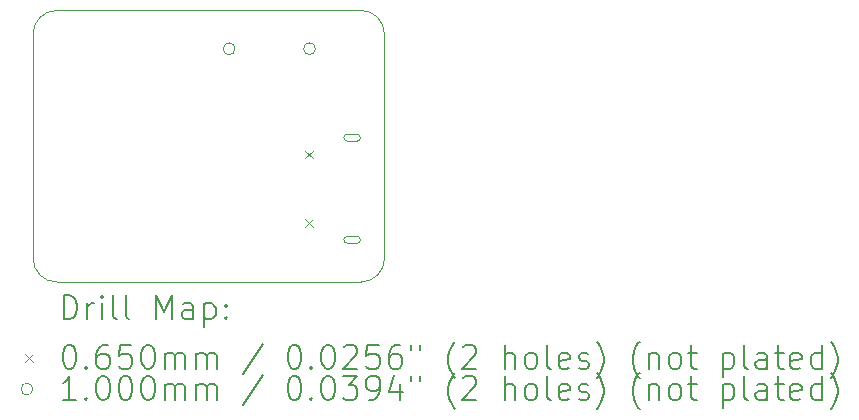
<source format=gbr>
%TF.GenerationSoftware,KiCad,Pcbnew,9.0.1*%
%TF.CreationDate,2025-04-15T14:17:50+12:00*%
%TF.ProjectId,ESPFlash,45535046-6c61-4736-982e-6b696361645f,rev?*%
%TF.SameCoordinates,Original*%
%TF.FileFunction,Drillmap*%
%TF.FilePolarity,Positive*%
%FSLAX45Y45*%
G04 Gerber Fmt 4.5, Leading zero omitted, Abs format (unit mm)*
G04 Created by KiCad (PCBNEW 9.0.1) date 2025-04-15 14:17:50*
%MOMM*%
%LPD*%
G01*
G04 APERTURE LIST*
%ADD10C,0.038100*%
%ADD11C,0.010000*%
%ADD12C,0.200000*%
%ADD13C,0.100000*%
G04 APERTURE END LIST*
D10*
X6675000Y-4225000D02*
G75*
G02*
X6475000Y-4425000I-200000J0D01*
G01*
X6475000Y-4425000D02*
X3900000Y-4425000D01*
X6675000Y-2325000D02*
X6675000Y-4225000D01*
X3700000Y-4225000D02*
X3700000Y-2325000D01*
X3900000Y-2125000D02*
X6475000Y-2125000D01*
X3700000Y-2325000D02*
G75*
G02*
X3900000Y-2125000I200000J0D01*
G01*
X3900000Y-4425000D02*
G75*
G02*
X3700000Y-4225000I0J200000D01*
G01*
X6475000Y-2125000D02*
G75*
G02*
X6675000Y-2325000I0J-200000D01*
G01*
D11*
X6361250Y-3173250D02*
X6441250Y-3173250D01*
X6361250Y-4037250D02*
X6441250Y-4037250D01*
X6441250Y-3233250D02*
X6361250Y-3233250D01*
X6441250Y-4097250D02*
X6361250Y-4097250D01*
X6331250Y-3203250D02*
G75*
G02*
X6361250Y-3173250I30000J0D01*
G01*
X6331250Y-4067250D02*
G75*
G02*
X6361250Y-4037250I30000J0D01*
G01*
X6361250Y-3233250D02*
G75*
G02*
X6331250Y-3203250I0J30000D01*
G01*
X6361250Y-4097250D02*
G75*
G02*
X6331250Y-4067250I0J30000D01*
G01*
X6441250Y-3173250D02*
G75*
G02*
X6471250Y-3203250I0J-30000D01*
G01*
X6441250Y-4037250D02*
G75*
G02*
X6471250Y-4067250I0J-30000D01*
G01*
X6471250Y-3203250D02*
G75*
G02*
X6441250Y-3233250I-30000J0D01*
G01*
X6471250Y-4067250D02*
G75*
G02*
X6441250Y-4097250I-30000J0D01*
G01*
D12*
D13*
X6000750Y-3313750D02*
X6065750Y-3378750D01*
X6065750Y-3313750D02*
X6000750Y-3378750D01*
X6000750Y-3891750D02*
X6065750Y-3956750D01*
X6065750Y-3891750D02*
X6000750Y-3956750D01*
X5410000Y-2450000D02*
G75*
G02*
X5310000Y-2450000I-50000J0D01*
G01*
X5310000Y-2450000D02*
G75*
G02*
X5410000Y-2450000I50000J0D01*
G01*
X6090000Y-2450000D02*
G75*
G02*
X5990000Y-2450000I-50000J0D01*
G01*
X5990000Y-2450000D02*
G75*
G02*
X6090000Y-2450000I50000J0D01*
G01*
D12*
X3958872Y-4738389D02*
X3958872Y-4538389D01*
X3958872Y-4538389D02*
X4006491Y-4538389D01*
X4006491Y-4538389D02*
X4035062Y-4547913D01*
X4035062Y-4547913D02*
X4054110Y-4566960D01*
X4054110Y-4566960D02*
X4063634Y-4586008D01*
X4063634Y-4586008D02*
X4073157Y-4624103D01*
X4073157Y-4624103D02*
X4073157Y-4652675D01*
X4073157Y-4652675D02*
X4063634Y-4690770D01*
X4063634Y-4690770D02*
X4054110Y-4709817D01*
X4054110Y-4709817D02*
X4035062Y-4728865D01*
X4035062Y-4728865D02*
X4006491Y-4738389D01*
X4006491Y-4738389D02*
X3958872Y-4738389D01*
X4158872Y-4738389D02*
X4158872Y-4605055D01*
X4158872Y-4643151D02*
X4168396Y-4624103D01*
X4168396Y-4624103D02*
X4177919Y-4614579D01*
X4177919Y-4614579D02*
X4196967Y-4605055D01*
X4196967Y-4605055D02*
X4216015Y-4605055D01*
X4282681Y-4738389D02*
X4282681Y-4605055D01*
X4282681Y-4538389D02*
X4273158Y-4547913D01*
X4273158Y-4547913D02*
X4282681Y-4557436D01*
X4282681Y-4557436D02*
X4292205Y-4547913D01*
X4292205Y-4547913D02*
X4282681Y-4538389D01*
X4282681Y-4538389D02*
X4282681Y-4557436D01*
X4406491Y-4738389D02*
X4387443Y-4728865D01*
X4387443Y-4728865D02*
X4377919Y-4709817D01*
X4377919Y-4709817D02*
X4377919Y-4538389D01*
X4511253Y-4738389D02*
X4492205Y-4728865D01*
X4492205Y-4728865D02*
X4482681Y-4709817D01*
X4482681Y-4709817D02*
X4482681Y-4538389D01*
X4739824Y-4738389D02*
X4739824Y-4538389D01*
X4739824Y-4538389D02*
X4806491Y-4681246D01*
X4806491Y-4681246D02*
X4873158Y-4538389D01*
X4873158Y-4538389D02*
X4873158Y-4738389D01*
X5054110Y-4738389D02*
X5054110Y-4633627D01*
X5054110Y-4633627D02*
X5044586Y-4614579D01*
X5044586Y-4614579D02*
X5025539Y-4605055D01*
X5025539Y-4605055D02*
X4987443Y-4605055D01*
X4987443Y-4605055D02*
X4968396Y-4614579D01*
X5054110Y-4728865D02*
X5035062Y-4738389D01*
X5035062Y-4738389D02*
X4987443Y-4738389D01*
X4987443Y-4738389D02*
X4968396Y-4728865D01*
X4968396Y-4728865D02*
X4958872Y-4709817D01*
X4958872Y-4709817D02*
X4958872Y-4690770D01*
X4958872Y-4690770D02*
X4968396Y-4671722D01*
X4968396Y-4671722D02*
X4987443Y-4662198D01*
X4987443Y-4662198D02*
X5035062Y-4662198D01*
X5035062Y-4662198D02*
X5054110Y-4652675D01*
X5149348Y-4605055D02*
X5149348Y-4805055D01*
X5149348Y-4614579D02*
X5168396Y-4605055D01*
X5168396Y-4605055D02*
X5206491Y-4605055D01*
X5206491Y-4605055D02*
X5225539Y-4614579D01*
X5225539Y-4614579D02*
X5235062Y-4624103D01*
X5235062Y-4624103D02*
X5244586Y-4643151D01*
X5244586Y-4643151D02*
X5244586Y-4700294D01*
X5244586Y-4700294D02*
X5235062Y-4719341D01*
X5235062Y-4719341D02*
X5225539Y-4728865D01*
X5225539Y-4728865D02*
X5206491Y-4738389D01*
X5206491Y-4738389D02*
X5168396Y-4738389D01*
X5168396Y-4738389D02*
X5149348Y-4728865D01*
X5330300Y-4719341D02*
X5339824Y-4728865D01*
X5339824Y-4728865D02*
X5330300Y-4738389D01*
X5330300Y-4738389D02*
X5320777Y-4728865D01*
X5320777Y-4728865D02*
X5330300Y-4719341D01*
X5330300Y-4719341D02*
X5330300Y-4738389D01*
X5330300Y-4614579D02*
X5339824Y-4624103D01*
X5339824Y-4624103D02*
X5330300Y-4633627D01*
X5330300Y-4633627D02*
X5320777Y-4624103D01*
X5320777Y-4624103D02*
X5330300Y-4614579D01*
X5330300Y-4614579D02*
X5330300Y-4633627D01*
D13*
X3633095Y-5034405D02*
X3698095Y-5099405D01*
X3698095Y-5034405D02*
X3633095Y-5099405D01*
D12*
X3996967Y-4958389D02*
X4016015Y-4958389D01*
X4016015Y-4958389D02*
X4035062Y-4967913D01*
X4035062Y-4967913D02*
X4044586Y-4977436D01*
X4044586Y-4977436D02*
X4054110Y-4996484D01*
X4054110Y-4996484D02*
X4063634Y-5034579D01*
X4063634Y-5034579D02*
X4063634Y-5082198D01*
X4063634Y-5082198D02*
X4054110Y-5120294D01*
X4054110Y-5120294D02*
X4044586Y-5139341D01*
X4044586Y-5139341D02*
X4035062Y-5148865D01*
X4035062Y-5148865D02*
X4016015Y-5158389D01*
X4016015Y-5158389D02*
X3996967Y-5158389D01*
X3996967Y-5158389D02*
X3977919Y-5148865D01*
X3977919Y-5148865D02*
X3968396Y-5139341D01*
X3968396Y-5139341D02*
X3958872Y-5120294D01*
X3958872Y-5120294D02*
X3949348Y-5082198D01*
X3949348Y-5082198D02*
X3949348Y-5034579D01*
X3949348Y-5034579D02*
X3958872Y-4996484D01*
X3958872Y-4996484D02*
X3968396Y-4977436D01*
X3968396Y-4977436D02*
X3977919Y-4967913D01*
X3977919Y-4967913D02*
X3996967Y-4958389D01*
X4149348Y-5139341D02*
X4158872Y-5148865D01*
X4158872Y-5148865D02*
X4149348Y-5158389D01*
X4149348Y-5158389D02*
X4139824Y-5148865D01*
X4139824Y-5148865D02*
X4149348Y-5139341D01*
X4149348Y-5139341D02*
X4149348Y-5158389D01*
X4330300Y-4958389D02*
X4292205Y-4958389D01*
X4292205Y-4958389D02*
X4273158Y-4967913D01*
X4273158Y-4967913D02*
X4263634Y-4977436D01*
X4263634Y-4977436D02*
X4244586Y-5006008D01*
X4244586Y-5006008D02*
X4235062Y-5044103D01*
X4235062Y-5044103D02*
X4235062Y-5120294D01*
X4235062Y-5120294D02*
X4244586Y-5139341D01*
X4244586Y-5139341D02*
X4254110Y-5148865D01*
X4254110Y-5148865D02*
X4273158Y-5158389D01*
X4273158Y-5158389D02*
X4311253Y-5158389D01*
X4311253Y-5158389D02*
X4330300Y-5148865D01*
X4330300Y-5148865D02*
X4339824Y-5139341D01*
X4339824Y-5139341D02*
X4349348Y-5120294D01*
X4349348Y-5120294D02*
X4349348Y-5072675D01*
X4349348Y-5072675D02*
X4339824Y-5053627D01*
X4339824Y-5053627D02*
X4330300Y-5044103D01*
X4330300Y-5044103D02*
X4311253Y-5034579D01*
X4311253Y-5034579D02*
X4273158Y-5034579D01*
X4273158Y-5034579D02*
X4254110Y-5044103D01*
X4254110Y-5044103D02*
X4244586Y-5053627D01*
X4244586Y-5053627D02*
X4235062Y-5072675D01*
X4530300Y-4958389D02*
X4435062Y-4958389D01*
X4435062Y-4958389D02*
X4425539Y-5053627D01*
X4425539Y-5053627D02*
X4435062Y-5044103D01*
X4435062Y-5044103D02*
X4454110Y-5034579D01*
X4454110Y-5034579D02*
X4501729Y-5034579D01*
X4501729Y-5034579D02*
X4520777Y-5044103D01*
X4520777Y-5044103D02*
X4530300Y-5053627D01*
X4530300Y-5053627D02*
X4539824Y-5072675D01*
X4539824Y-5072675D02*
X4539824Y-5120294D01*
X4539824Y-5120294D02*
X4530300Y-5139341D01*
X4530300Y-5139341D02*
X4520777Y-5148865D01*
X4520777Y-5148865D02*
X4501729Y-5158389D01*
X4501729Y-5158389D02*
X4454110Y-5158389D01*
X4454110Y-5158389D02*
X4435062Y-5148865D01*
X4435062Y-5148865D02*
X4425539Y-5139341D01*
X4663634Y-4958389D02*
X4682681Y-4958389D01*
X4682681Y-4958389D02*
X4701729Y-4967913D01*
X4701729Y-4967913D02*
X4711253Y-4977436D01*
X4711253Y-4977436D02*
X4720777Y-4996484D01*
X4720777Y-4996484D02*
X4730300Y-5034579D01*
X4730300Y-5034579D02*
X4730300Y-5082198D01*
X4730300Y-5082198D02*
X4720777Y-5120294D01*
X4720777Y-5120294D02*
X4711253Y-5139341D01*
X4711253Y-5139341D02*
X4701729Y-5148865D01*
X4701729Y-5148865D02*
X4682681Y-5158389D01*
X4682681Y-5158389D02*
X4663634Y-5158389D01*
X4663634Y-5158389D02*
X4644586Y-5148865D01*
X4644586Y-5148865D02*
X4635062Y-5139341D01*
X4635062Y-5139341D02*
X4625539Y-5120294D01*
X4625539Y-5120294D02*
X4616015Y-5082198D01*
X4616015Y-5082198D02*
X4616015Y-5034579D01*
X4616015Y-5034579D02*
X4625539Y-4996484D01*
X4625539Y-4996484D02*
X4635062Y-4977436D01*
X4635062Y-4977436D02*
X4644586Y-4967913D01*
X4644586Y-4967913D02*
X4663634Y-4958389D01*
X4816015Y-5158389D02*
X4816015Y-5025055D01*
X4816015Y-5044103D02*
X4825539Y-5034579D01*
X4825539Y-5034579D02*
X4844586Y-5025055D01*
X4844586Y-5025055D02*
X4873158Y-5025055D01*
X4873158Y-5025055D02*
X4892205Y-5034579D01*
X4892205Y-5034579D02*
X4901729Y-5053627D01*
X4901729Y-5053627D02*
X4901729Y-5158389D01*
X4901729Y-5053627D02*
X4911253Y-5034579D01*
X4911253Y-5034579D02*
X4930300Y-5025055D01*
X4930300Y-5025055D02*
X4958872Y-5025055D01*
X4958872Y-5025055D02*
X4977920Y-5034579D01*
X4977920Y-5034579D02*
X4987443Y-5053627D01*
X4987443Y-5053627D02*
X4987443Y-5158389D01*
X5082681Y-5158389D02*
X5082681Y-5025055D01*
X5082681Y-5044103D02*
X5092205Y-5034579D01*
X5092205Y-5034579D02*
X5111253Y-5025055D01*
X5111253Y-5025055D02*
X5139824Y-5025055D01*
X5139824Y-5025055D02*
X5158872Y-5034579D01*
X5158872Y-5034579D02*
X5168396Y-5053627D01*
X5168396Y-5053627D02*
X5168396Y-5158389D01*
X5168396Y-5053627D02*
X5177920Y-5034579D01*
X5177920Y-5034579D02*
X5196967Y-5025055D01*
X5196967Y-5025055D02*
X5225539Y-5025055D01*
X5225539Y-5025055D02*
X5244586Y-5034579D01*
X5244586Y-5034579D02*
X5254110Y-5053627D01*
X5254110Y-5053627D02*
X5254110Y-5158389D01*
X5644586Y-4948865D02*
X5473158Y-5206008D01*
X5901729Y-4958389D02*
X5920777Y-4958389D01*
X5920777Y-4958389D02*
X5939824Y-4967913D01*
X5939824Y-4967913D02*
X5949348Y-4977436D01*
X5949348Y-4977436D02*
X5958872Y-4996484D01*
X5958872Y-4996484D02*
X5968396Y-5034579D01*
X5968396Y-5034579D02*
X5968396Y-5082198D01*
X5968396Y-5082198D02*
X5958872Y-5120294D01*
X5958872Y-5120294D02*
X5949348Y-5139341D01*
X5949348Y-5139341D02*
X5939824Y-5148865D01*
X5939824Y-5148865D02*
X5920777Y-5158389D01*
X5920777Y-5158389D02*
X5901729Y-5158389D01*
X5901729Y-5158389D02*
X5882681Y-5148865D01*
X5882681Y-5148865D02*
X5873158Y-5139341D01*
X5873158Y-5139341D02*
X5863634Y-5120294D01*
X5863634Y-5120294D02*
X5854110Y-5082198D01*
X5854110Y-5082198D02*
X5854110Y-5034579D01*
X5854110Y-5034579D02*
X5863634Y-4996484D01*
X5863634Y-4996484D02*
X5873158Y-4977436D01*
X5873158Y-4977436D02*
X5882681Y-4967913D01*
X5882681Y-4967913D02*
X5901729Y-4958389D01*
X6054110Y-5139341D02*
X6063634Y-5148865D01*
X6063634Y-5148865D02*
X6054110Y-5158389D01*
X6054110Y-5158389D02*
X6044586Y-5148865D01*
X6044586Y-5148865D02*
X6054110Y-5139341D01*
X6054110Y-5139341D02*
X6054110Y-5158389D01*
X6187443Y-4958389D02*
X6206491Y-4958389D01*
X6206491Y-4958389D02*
X6225539Y-4967913D01*
X6225539Y-4967913D02*
X6235062Y-4977436D01*
X6235062Y-4977436D02*
X6244586Y-4996484D01*
X6244586Y-4996484D02*
X6254110Y-5034579D01*
X6254110Y-5034579D02*
X6254110Y-5082198D01*
X6254110Y-5082198D02*
X6244586Y-5120294D01*
X6244586Y-5120294D02*
X6235062Y-5139341D01*
X6235062Y-5139341D02*
X6225539Y-5148865D01*
X6225539Y-5148865D02*
X6206491Y-5158389D01*
X6206491Y-5158389D02*
X6187443Y-5158389D01*
X6187443Y-5158389D02*
X6168396Y-5148865D01*
X6168396Y-5148865D02*
X6158872Y-5139341D01*
X6158872Y-5139341D02*
X6149348Y-5120294D01*
X6149348Y-5120294D02*
X6139824Y-5082198D01*
X6139824Y-5082198D02*
X6139824Y-5034579D01*
X6139824Y-5034579D02*
X6149348Y-4996484D01*
X6149348Y-4996484D02*
X6158872Y-4977436D01*
X6158872Y-4977436D02*
X6168396Y-4967913D01*
X6168396Y-4967913D02*
X6187443Y-4958389D01*
X6330301Y-4977436D02*
X6339824Y-4967913D01*
X6339824Y-4967913D02*
X6358872Y-4958389D01*
X6358872Y-4958389D02*
X6406491Y-4958389D01*
X6406491Y-4958389D02*
X6425539Y-4967913D01*
X6425539Y-4967913D02*
X6435062Y-4977436D01*
X6435062Y-4977436D02*
X6444586Y-4996484D01*
X6444586Y-4996484D02*
X6444586Y-5015532D01*
X6444586Y-5015532D02*
X6435062Y-5044103D01*
X6435062Y-5044103D02*
X6320777Y-5158389D01*
X6320777Y-5158389D02*
X6444586Y-5158389D01*
X6625539Y-4958389D02*
X6530301Y-4958389D01*
X6530301Y-4958389D02*
X6520777Y-5053627D01*
X6520777Y-5053627D02*
X6530301Y-5044103D01*
X6530301Y-5044103D02*
X6549348Y-5034579D01*
X6549348Y-5034579D02*
X6596967Y-5034579D01*
X6596967Y-5034579D02*
X6616015Y-5044103D01*
X6616015Y-5044103D02*
X6625539Y-5053627D01*
X6625539Y-5053627D02*
X6635062Y-5072675D01*
X6635062Y-5072675D02*
X6635062Y-5120294D01*
X6635062Y-5120294D02*
X6625539Y-5139341D01*
X6625539Y-5139341D02*
X6616015Y-5148865D01*
X6616015Y-5148865D02*
X6596967Y-5158389D01*
X6596967Y-5158389D02*
X6549348Y-5158389D01*
X6549348Y-5158389D02*
X6530301Y-5148865D01*
X6530301Y-5148865D02*
X6520777Y-5139341D01*
X6806491Y-4958389D02*
X6768396Y-4958389D01*
X6768396Y-4958389D02*
X6749348Y-4967913D01*
X6749348Y-4967913D02*
X6739824Y-4977436D01*
X6739824Y-4977436D02*
X6720777Y-5006008D01*
X6720777Y-5006008D02*
X6711253Y-5044103D01*
X6711253Y-5044103D02*
X6711253Y-5120294D01*
X6711253Y-5120294D02*
X6720777Y-5139341D01*
X6720777Y-5139341D02*
X6730301Y-5148865D01*
X6730301Y-5148865D02*
X6749348Y-5158389D01*
X6749348Y-5158389D02*
X6787443Y-5158389D01*
X6787443Y-5158389D02*
X6806491Y-5148865D01*
X6806491Y-5148865D02*
X6816015Y-5139341D01*
X6816015Y-5139341D02*
X6825539Y-5120294D01*
X6825539Y-5120294D02*
X6825539Y-5072675D01*
X6825539Y-5072675D02*
X6816015Y-5053627D01*
X6816015Y-5053627D02*
X6806491Y-5044103D01*
X6806491Y-5044103D02*
X6787443Y-5034579D01*
X6787443Y-5034579D02*
X6749348Y-5034579D01*
X6749348Y-5034579D02*
X6730301Y-5044103D01*
X6730301Y-5044103D02*
X6720777Y-5053627D01*
X6720777Y-5053627D02*
X6711253Y-5072675D01*
X6901729Y-4958389D02*
X6901729Y-4996484D01*
X6977920Y-4958389D02*
X6977920Y-4996484D01*
X7273158Y-5234579D02*
X7263634Y-5225055D01*
X7263634Y-5225055D02*
X7244586Y-5196484D01*
X7244586Y-5196484D02*
X7235063Y-5177436D01*
X7235063Y-5177436D02*
X7225539Y-5148865D01*
X7225539Y-5148865D02*
X7216015Y-5101246D01*
X7216015Y-5101246D02*
X7216015Y-5063151D01*
X7216015Y-5063151D02*
X7225539Y-5015532D01*
X7225539Y-5015532D02*
X7235063Y-4986960D01*
X7235063Y-4986960D02*
X7244586Y-4967913D01*
X7244586Y-4967913D02*
X7263634Y-4939341D01*
X7263634Y-4939341D02*
X7273158Y-4929817D01*
X7339824Y-4977436D02*
X7349348Y-4967913D01*
X7349348Y-4967913D02*
X7368396Y-4958389D01*
X7368396Y-4958389D02*
X7416015Y-4958389D01*
X7416015Y-4958389D02*
X7435063Y-4967913D01*
X7435063Y-4967913D02*
X7444586Y-4977436D01*
X7444586Y-4977436D02*
X7454110Y-4996484D01*
X7454110Y-4996484D02*
X7454110Y-5015532D01*
X7454110Y-5015532D02*
X7444586Y-5044103D01*
X7444586Y-5044103D02*
X7330301Y-5158389D01*
X7330301Y-5158389D02*
X7454110Y-5158389D01*
X7692205Y-5158389D02*
X7692205Y-4958389D01*
X7777920Y-5158389D02*
X7777920Y-5053627D01*
X7777920Y-5053627D02*
X7768396Y-5034579D01*
X7768396Y-5034579D02*
X7749348Y-5025055D01*
X7749348Y-5025055D02*
X7720777Y-5025055D01*
X7720777Y-5025055D02*
X7701729Y-5034579D01*
X7701729Y-5034579D02*
X7692205Y-5044103D01*
X7901729Y-5158389D02*
X7882682Y-5148865D01*
X7882682Y-5148865D02*
X7873158Y-5139341D01*
X7873158Y-5139341D02*
X7863634Y-5120294D01*
X7863634Y-5120294D02*
X7863634Y-5063151D01*
X7863634Y-5063151D02*
X7873158Y-5044103D01*
X7873158Y-5044103D02*
X7882682Y-5034579D01*
X7882682Y-5034579D02*
X7901729Y-5025055D01*
X7901729Y-5025055D02*
X7930301Y-5025055D01*
X7930301Y-5025055D02*
X7949348Y-5034579D01*
X7949348Y-5034579D02*
X7958872Y-5044103D01*
X7958872Y-5044103D02*
X7968396Y-5063151D01*
X7968396Y-5063151D02*
X7968396Y-5120294D01*
X7968396Y-5120294D02*
X7958872Y-5139341D01*
X7958872Y-5139341D02*
X7949348Y-5148865D01*
X7949348Y-5148865D02*
X7930301Y-5158389D01*
X7930301Y-5158389D02*
X7901729Y-5158389D01*
X8082682Y-5158389D02*
X8063634Y-5148865D01*
X8063634Y-5148865D02*
X8054110Y-5129817D01*
X8054110Y-5129817D02*
X8054110Y-4958389D01*
X8235063Y-5148865D02*
X8216015Y-5158389D01*
X8216015Y-5158389D02*
X8177920Y-5158389D01*
X8177920Y-5158389D02*
X8158872Y-5148865D01*
X8158872Y-5148865D02*
X8149348Y-5129817D01*
X8149348Y-5129817D02*
X8149348Y-5053627D01*
X8149348Y-5053627D02*
X8158872Y-5034579D01*
X8158872Y-5034579D02*
X8177920Y-5025055D01*
X8177920Y-5025055D02*
X8216015Y-5025055D01*
X8216015Y-5025055D02*
X8235063Y-5034579D01*
X8235063Y-5034579D02*
X8244586Y-5053627D01*
X8244586Y-5053627D02*
X8244586Y-5072675D01*
X8244586Y-5072675D02*
X8149348Y-5091722D01*
X8320777Y-5148865D02*
X8339825Y-5158389D01*
X8339825Y-5158389D02*
X8377920Y-5158389D01*
X8377920Y-5158389D02*
X8396968Y-5148865D01*
X8396968Y-5148865D02*
X8406491Y-5129817D01*
X8406491Y-5129817D02*
X8406491Y-5120294D01*
X8406491Y-5120294D02*
X8396968Y-5101246D01*
X8396968Y-5101246D02*
X8377920Y-5091722D01*
X8377920Y-5091722D02*
X8349348Y-5091722D01*
X8349348Y-5091722D02*
X8330301Y-5082198D01*
X8330301Y-5082198D02*
X8320777Y-5063151D01*
X8320777Y-5063151D02*
X8320777Y-5053627D01*
X8320777Y-5053627D02*
X8330301Y-5034579D01*
X8330301Y-5034579D02*
X8349348Y-5025055D01*
X8349348Y-5025055D02*
X8377920Y-5025055D01*
X8377920Y-5025055D02*
X8396968Y-5034579D01*
X8473158Y-5234579D02*
X8482682Y-5225055D01*
X8482682Y-5225055D02*
X8501729Y-5196484D01*
X8501729Y-5196484D02*
X8511253Y-5177436D01*
X8511253Y-5177436D02*
X8520777Y-5148865D01*
X8520777Y-5148865D02*
X8530301Y-5101246D01*
X8530301Y-5101246D02*
X8530301Y-5063151D01*
X8530301Y-5063151D02*
X8520777Y-5015532D01*
X8520777Y-5015532D02*
X8511253Y-4986960D01*
X8511253Y-4986960D02*
X8501729Y-4967913D01*
X8501729Y-4967913D02*
X8482682Y-4939341D01*
X8482682Y-4939341D02*
X8473158Y-4929817D01*
X8835063Y-5234579D02*
X8825539Y-5225055D01*
X8825539Y-5225055D02*
X8806491Y-5196484D01*
X8806491Y-5196484D02*
X8796968Y-5177436D01*
X8796968Y-5177436D02*
X8787444Y-5148865D01*
X8787444Y-5148865D02*
X8777920Y-5101246D01*
X8777920Y-5101246D02*
X8777920Y-5063151D01*
X8777920Y-5063151D02*
X8787444Y-5015532D01*
X8787444Y-5015532D02*
X8796968Y-4986960D01*
X8796968Y-4986960D02*
X8806491Y-4967913D01*
X8806491Y-4967913D02*
X8825539Y-4939341D01*
X8825539Y-4939341D02*
X8835063Y-4929817D01*
X8911253Y-5025055D02*
X8911253Y-5158389D01*
X8911253Y-5044103D02*
X8920777Y-5034579D01*
X8920777Y-5034579D02*
X8939825Y-5025055D01*
X8939825Y-5025055D02*
X8968396Y-5025055D01*
X8968396Y-5025055D02*
X8987444Y-5034579D01*
X8987444Y-5034579D02*
X8996968Y-5053627D01*
X8996968Y-5053627D02*
X8996968Y-5158389D01*
X9120777Y-5158389D02*
X9101729Y-5148865D01*
X9101729Y-5148865D02*
X9092206Y-5139341D01*
X9092206Y-5139341D02*
X9082682Y-5120294D01*
X9082682Y-5120294D02*
X9082682Y-5063151D01*
X9082682Y-5063151D02*
X9092206Y-5044103D01*
X9092206Y-5044103D02*
X9101729Y-5034579D01*
X9101729Y-5034579D02*
X9120777Y-5025055D01*
X9120777Y-5025055D02*
X9149349Y-5025055D01*
X9149349Y-5025055D02*
X9168396Y-5034579D01*
X9168396Y-5034579D02*
X9177920Y-5044103D01*
X9177920Y-5044103D02*
X9187444Y-5063151D01*
X9187444Y-5063151D02*
X9187444Y-5120294D01*
X9187444Y-5120294D02*
X9177920Y-5139341D01*
X9177920Y-5139341D02*
X9168396Y-5148865D01*
X9168396Y-5148865D02*
X9149349Y-5158389D01*
X9149349Y-5158389D02*
X9120777Y-5158389D01*
X9244587Y-5025055D02*
X9320777Y-5025055D01*
X9273158Y-4958389D02*
X9273158Y-5129817D01*
X9273158Y-5129817D02*
X9282682Y-5148865D01*
X9282682Y-5148865D02*
X9301729Y-5158389D01*
X9301729Y-5158389D02*
X9320777Y-5158389D01*
X9539825Y-5025055D02*
X9539825Y-5225055D01*
X9539825Y-5034579D02*
X9558872Y-5025055D01*
X9558872Y-5025055D02*
X9596968Y-5025055D01*
X9596968Y-5025055D02*
X9616015Y-5034579D01*
X9616015Y-5034579D02*
X9625539Y-5044103D01*
X9625539Y-5044103D02*
X9635063Y-5063151D01*
X9635063Y-5063151D02*
X9635063Y-5120294D01*
X9635063Y-5120294D02*
X9625539Y-5139341D01*
X9625539Y-5139341D02*
X9616015Y-5148865D01*
X9616015Y-5148865D02*
X9596968Y-5158389D01*
X9596968Y-5158389D02*
X9558872Y-5158389D01*
X9558872Y-5158389D02*
X9539825Y-5148865D01*
X9749349Y-5158389D02*
X9730301Y-5148865D01*
X9730301Y-5148865D02*
X9720777Y-5129817D01*
X9720777Y-5129817D02*
X9720777Y-4958389D01*
X9911253Y-5158389D02*
X9911253Y-5053627D01*
X9911253Y-5053627D02*
X9901730Y-5034579D01*
X9901730Y-5034579D02*
X9882682Y-5025055D01*
X9882682Y-5025055D02*
X9844587Y-5025055D01*
X9844587Y-5025055D02*
X9825539Y-5034579D01*
X9911253Y-5148865D02*
X9892206Y-5158389D01*
X9892206Y-5158389D02*
X9844587Y-5158389D01*
X9844587Y-5158389D02*
X9825539Y-5148865D01*
X9825539Y-5148865D02*
X9816015Y-5129817D01*
X9816015Y-5129817D02*
X9816015Y-5110770D01*
X9816015Y-5110770D02*
X9825539Y-5091722D01*
X9825539Y-5091722D02*
X9844587Y-5082198D01*
X9844587Y-5082198D02*
X9892206Y-5082198D01*
X9892206Y-5082198D02*
X9911253Y-5072675D01*
X9977920Y-5025055D02*
X10054110Y-5025055D01*
X10006491Y-4958389D02*
X10006491Y-5129817D01*
X10006491Y-5129817D02*
X10016015Y-5148865D01*
X10016015Y-5148865D02*
X10035063Y-5158389D01*
X10035063Y-5158389D02*
X10054110Y-5158389D01*
X10196968Y-5148865D02*
X10177920Y-5158389D01*
X10177920Y-5158389D02*
X10139825Y-5158389D01*
X10139825Y-5158389D02*
X10120777Y-5148865D01*
X10120777Y-5148865D02*
X10111253Y-5129817D01*
X10111253Y-5129817D02*
X10111253Y-5053627D01*
X10111253Y-5053627D02*
X10120777Y-5034579D01*
X10120777Y-5034579D02*
X10139825Y-5025055D01*
X10139825Y-5025055D02*
X10177920Y-5025055D01*
X10177920Y-5025055D02*
X10196968Y-5034579D01*
X10196968Y-5034579D02*
X10206491Y-5053627D01*
X10206491Y-5053627D02*
X10206491Y-5072675D01*
X10206491Y-5072675D02*
X10111253Y-5091722D01*
X10377920Y-5158389D02*
X10377920Y-4958389D01*
X10377920Y-5148865D02*
X10358872Y-5158389D01*
X10358872Y-5158389D02*
X10320777Y-5158389D01*
X10320777Y-5158389D02*
X10301730Y-5148865D01*
X10301730Y-5148865D02*
X10292206Y-5139341D01*
X10292206Y-5139341D02*
X10282682Y-5120294D01*
X10282682Y-5120294D02*
X10282682Y-5063151D01*
X10282682Y-5063151D02*
X10292206Y-5044103D01*
X10292206Y-5044103D02*
X10301730Y-5034579D01*
X10301730Y-5034579D02*
X10320777Y-5025055D01*
X10320777Y-5025055D02*
X10358872Y-5025055D01*
X10358872Y-5025055D02*
X10377920Y-5034579D01*
X10454111Y-5234579D02*
X10463634Y-5225055D01*
X10463634Y-5225055D02*
X10482682Y-5196484D01*
X10482682Y-5196484D02*
X10492206Y-5177436D01*
X10492206Y-5177436D02*
X10501730Y-5148865D01*
X10501730Y-5148865D02*
X10511253Y-5101246D01*
X10511253Y-5101246D02*
X10511253Y-5063151D01*
X10511253Y-5063151D02*
X10501730Y-5015532D01*
X10501730Y-5015532D02*
X10492206Y-4986960D01*
X10492206Y-4986960D02*
X10482682Y-4967913D01*
X10482682Y-4967913D02*
X10463634Y-4939341D01*
X10463634Y-4939341D02*
X10454111Y-4929817D01*
D13*
X3698095Y-5330905D02*
G75*
G02*
X3598095Y-5330905I-50000J0D01*
G01*
X3598095Y-5330905D02*
G75*
G02*
X3698095Y-5330905I50000J0D01*
G01*
D12*
X4063634Y-5422389D02*
X3949348Y-5422389D01*
X4006491Y-5422389D02*
X4006491Y-5222389D01*
X4006491Y-5222389D02*
X3987443Y-5250960D01*
X3987443Y-5250960D02*
X3968396Y-5270008D01*
X3968396Y-5270008D02*
X3949348Y-5279532D01*
X4149348Y-5403341D02*
X4158872Y-5412865D01*
X4158872Y-5412865D02*
X4149348Y-5422389D01*
X4149348Y-5422389D02*
X4139824Y-5412865D01*
X4139824Y-5412865D02*
X4149348Y-5403341D01*
X4149348Y-5403341D02*
X4149348Y-5422389D01*
X4282681Y-5222389D02*
X4301729Y-5222389D01*
X4301729Y-5222389D02*
X4320777Y-5231913D01*
X4320777Y-5231913D02*
X4330300Y-5241436D01*
X4330300Y-5241436D02*
X4339824Y-5260484D01*
X4339824Y-5260484D02*
X4349348Y-5298579D01*
X4349348Y-5298579D02*
X4349348Y-5346198D01*
X4349348Y-5346198D02*
X4339824Y-5384294D01*
X4339824Y-5384294D02*
X4330300Y-5403341D01*
X4330300Y-5403341D02*
X4320777Y-5412865D01*
X4320777Y-5412865D02*
X4301729Y-5422389D01*
X4301729Y-5422389D02*
X4282681Y-5422389D01*
X4282681Y-5422389D02*
X4263634Y-5412865D01*
X4263634Y-5412865D02*
X4254110Y-5403341D01*
X4254110Y-5403341D02*
X4244586Y-5384294D01*
X4244586Y-5384294D02*
X4235062Y-5346198D01*
X4235062Y-5346198D02*
X4235062Y-5298579D01*
X4235062Y-5298579D02*
X4244586Y-5260484D01*
X4244586Y-5260484D02*
X4254110Y-5241436D01*
X4254110Y-5241436D02*
X4263634Y-5231913D01*
X4263634Y-5231913D02*
X4282681Y-5222389D01*
X4473158Y-5222389D02*
X4492205Y-5222389D01*
X4492205Y-5222389D02*
X4511253Y-5231913D01*
X4511253Y-5231913D02*
X4520777Y-5241436D01*
X4520777Y-5241436D02*
X4530300Y-5260484D01*
X4530300Y-5260484D02*
X4539824Y-5298579D01*
X4539824Y-5298579D02*
X4539824Y-5346198D01*
X4539824Y-5346198D02*
X4530300Y-5384294D01*
X4530300Y-5384294D02*
X4520777Y-5403341D01*
X4520777Y-5403341D02*
X4511253Y-5412865D01*
X4511253Y-5412865D02*
X4492205Y-5422389D01*
X4492205Y-5422389D02*
X4473158Y-5422389D01*
X4473158Y-5422389D02*
X4454110Y-5412865D01*
X4454110Y-5412865D02*
X4444586Y-5403341D01*
X4444586Y-5403341D02*
X4435062Y-5384294D01*
X4435062Y-5384294D02*
X4425539Y-5346198D01*
X4425539Y-5346198D02*
X4425539Y-5298579D01*
X4425539Y-5298579D02*
X4435062Y-5260484D01*
X4435062Y-5260484D02*
X4444586Y-5241436D01*
X4444586Y-5241436D02*
X4454110Y-5231913D01*
X4454110Y-5231913D02*
X4473158Y-5222389D01*
X4663634Y-5222389D02*
X4682681Y-5222389D01*
X4682681Y-5222389D02*
X4701729Y-5231913D01*
X4701729Y-5231913D02*
X4711253Y-5241436D01*
X4711253Y-5241436D02*
X4720777Y-5260484D01*
X4720777Y-5260484D02*
X4730300Y-5298579D01*
X4730300Y-5298579D02*
X4730300Y-5346198D01*
X4730300Y-5346198D02*
X4720777Y-5384294D01*
X4720777Y-5384294D02*
X4711253Y-5403341D01*
X4711253Y-5403341D02*
X4701729Y-5412865D01*
X4701729Y-5412865D02*
X4682681Y-5422389D01*
X4682681Y-5422389D02*
X4663634Y-5422389D01*
X4663634Y-5422389D02*
X4644586Y-5412865D01*
X4644586Y-5412865D02*
X4635062Y-5403341D01*
X4635062Y-5403341D02*
X4625539Y-5384294D01*
X4625539Y-5384294D02*
X4616015Y-5346198D01*
X4616015Y-5346198D02*
X4616015Y-5298579D01*
X4616015Y-5298579D02*
X4625539Y-5260484D01*
X4625539Y-5260484D02*
X4635062Y-5241436D01*
X4635062Y-5241436D02*
X4644586Y-5231913D01*
X4644586Y-5231913D02*
X4663634Y-5222389D01*
X4816015Y-5422389D02*
X4816015Y-5289055D01*
X4816015Y-5308103D02*
X4825539Y-5298579D01*
X4825539Y-5298579D02*
X4844586Y-5289055D01*
X4844586Y-5289055D02*
X4873158Y-5289055D01*
X4873158Y-5289055D02*
X4892205Y-5298579D01*
X4892205Y-5298579D02*
X4901729Y-5317627D01*
X4901729Y-5317627D02*
X4901729Y-5422389D01*
X4901729Y-5317627D02*
X4911253Y-5298579D01*
X4911253Y-5298579D02*
X4930300Y-5289055D01*
X4930300Y-5289055D02*
X4958872Y-5289055D01*
X4958872Y-5289055D02*
X4977920Y-5298579D01*
X4977920Y-5298579D02*
X4987443Y-5317627D01*
X4987443Y-5317627D02*
X4987443Y-5422389D01*
X5082681Y-5422389D02*
X5082681Y-5289055D01*
X5082681Y-5308103D02*
X5092205Y-5298579D01*
X5092205Y-5298579D02*
X5111253Y-5289055D01*
X5111253Y-5289055D02*
X5139824Y-5289055D01*
X5139824Y-5289055D02*
X5158872Y-5298579D01*
X5158872Y-5298579D02*
X5168396Y-5317627D01*
X5168396Y-5317627D02*
X5168396Y-5422389D01*
X5168396Y-5317627D02*
X5177920Y-5298579D01*
X5177920Y-5298579D02*
X5196967Y-5289055D01*
X5196967Y-5289055D02*
X5225539Y-5289055D01*
X5225539Y-5289055D02*
X5244586Y-5298579D01*
X5244586Y-5298579D02*
X5254110Y-5317627D01*
X5254110Y-5317627D02*
X5254110Y-5422389D01*
X5644586Y-5212865D02*
X5473158Y-5470008D01*
X5901729Y-5222389D02*
X5920777Y-5222389D01*
X5920777Y-5222389D02*
X5939824Y-5231913D01*
X5939824Y-5231913D02*
X5949348Y-5241436D01*
X5949348Y-5241436D02*
X5958872Y-5260484D01*
X5958872Y-5260484D02*
X5968396Y-5298579D01*
X5968396Y-5298579D02*
X5968396Y-5346198D01*
X5968396Y-5346198D02*
X5958872Y-5384294D01*
X5958872Y-5384294D02*
X5949348Y-5403341D01*
X5949348Y-5403341D02*
X5939824Y-5412865D01*
X5939824Y-5412865D02*
X5920777Y-5422389D01*
X5920777Y-5422389D02*
X5901729Y-5422389D01*
X5901729Y-5422389D02*
X5882681Y-5412865D01*
X5882681Y-5412865D02*
X5873158Y-5403341D01*
X5873158Y-5403341D02*
X5863634Y-5384294D01*
X5863634Y-5384294D02*
X5854110Y-5346198D01*
X5854110Y-5346198D02*
X5854110Y-5298579D01*
X5854110Y-5298579D02*
X5863634Y-5260484D01*
X5863634Y-5260484D02*
X5873158Y-5241436D01*
X5873158Y-5241436D02*
X5882681Y-5231913D01*
X5882681Y-5231913D02*
X5901729Y-5222389D01*
X6054110Y-5403341D02*
X6063634Y-5412865D01*
X6063634Y-5412865D02*
X6054110Y-5422389D01*
X6054110Y-5422389D02*
X6044586Y-5412865D01*
X6044586Y-5412865D02*
X6054110Y-5403341D01*
X6054110Y-5403341D02*
X6054110Y-5422389D01*
X6187443Y-5222389D02*
X6206491Y-5222389D01*
X6206491Y-5222389D02*
X6225539Y-5231913D01*
X6225539Y-5231913D02*
X6235062Y-5241436D01*
X6235062Y-5241436D02*
X6244586Y-5260484D01*
X6244586Y-5260484D02*
X6254110Y-5298579D01*
X6254110Y-5298579D02*
X6254110Y-5346198D01*
X6254110Y-5346198D02*
X6244586Y-5384294D01*
X6244586Y-5384294D02*
X6235062Y-5403341D01*
X6235062Y-5403341D02*
X6225539Y-5412865D01*
X6225539Y-5412865D02*
X6206491Y-5422389D01*
X6206491Y-5422389D02*
X6187443Y-5422389D01*
X6187443Y-5422389D02*
X6168396Y-5412865D01*
X6168396Y-5412865D02*
X6158872Y-5403341D01*
X6158872Y-5403341D02*
X6149348Y-5384294D01*
X6149348Y-5384294D02*
X6139824Y-5346198D01*
X6139824Y-5346198D02*
X6139824Y-5298579D01*
X6139824Y-5298579D02*
X6149348Y-5260484D01*
X6149348Y-5260484D02*
X6158872Y-5241436D01*
X6158872Y-5241436D02*
X6168396Y-5231913D01*
X6168396Y-5231913D02*
X6187443Y-5222389D01*
X6320777Y-5222389D02*
X6444586Y-5222389D01*
X6444586Y-5222389D02*
X6377920Y-5298579D01*
X6377920Y-5298579D02*
X6406491Y-5298579D01*
X6406491Y-5298579D02*
X6425539Y-5308103D01*
X6425539Y-5308103D02*
X6435062Y-5317627D01*
X6435062Y-5317627D02*
X6444586Y-5336675D01*
X6444586Y-5336675D02*
X6444586Y-5384294D01*
X6444586Y-5384294D02*
X6435062Y-5403341D01*
X6435062Y-5403341D02*
X6425539Y-5412865D01*
X6425539Y-5412865D02*
X6406491Y-5422389D01*
X6406491Y-5422389D02*
X6349348Y-5422389D01*
X6349348Y-5422389D02*
X6330301Y-5412865D01*
X6330301Y-5412865D02*
X6320777Y-5403341D01*
X6539824Y-5422389D02*
X6577920Y-5422389D01*
X6577920Y-5422389D02*
X6596967Y-5412865D01*
X6596967Y-5412865D02*
X6606491Y-5403341D01*
X6606491Y-5403341D02*
X6625539Y-5374770D01*
X6625539Y-5374770D02*
X6635062Y-5336675D01*
X6635062Y-5336675D02*
X6635062Y-5260484D01*
X6635062Y-5260484D02*
X6625539Y-5241436D01*
X6625539Y-5241436D02*
X6616015Y-5231913D01*
X6616015Y-5231913D02*
X6596967Y-5222389D01*
X6596967Y-5222389D02*
X6558872Y-5222389D01*
X6558872Y-5222389D02*
X6539824Y-5231913D01*
X6539824Y-5231913D02*
X6530301Y-5241436D01*
X6530301Y-5241436D02*
X6520777Y-5260484D01*
X6520777Y-5260484D02*
X6520777Y-5308103D01*
X6520777Y-5308103D02*
X6530301Y-5327151D01*
X6530301Y-5327151D02*
X6539824Y-5336675D01*
X6539824Y-5336675D02*
X6558872Y-5346198D01*
X6558872Y-5346198D02*
X6596967Y-5346198D01*
X6596967Y-5346198D02*
X6616015Y-5336675D01*
X6616015Y-5336675D02*
X6625539Y-5327151D01*
X6625539Y-5327151D02*
X6635062Y-5308103D01*
X6806491Y-5289055D02*
X6806491Y-5422389D01*
X6758872Y-5212865D02*
X6711253Y-5355722D01*
X6711253Y-5355722D02*
X6835062Y-5355722D01*
X6901729Y-5222389D02*
X6901729Y-5260484D01*
X6977920Y-5222389D02*
X6977920Y-5260484D01*
X7273158Y-5498579D02*
X7263634Y-5489055D01*
X7263634Y-5489055D02*
X7244586Y-5460484D01*
X7244586Y-5460484D02*
X7235063Y-5441436D01*
X7235063Y-5441436D02*
X7225539Y-5412865D01*
X7225539Y-5412865D02*
X7216015Y-5365246D01*
X7216015Y-5365246D02*
X7216015Y-5327151D01*
X7216015Y-5327151D02*
X7225539Y-5279532D01*
X7225539Y-5279532D02*
X7235063Y-5250960D01*
X7235063Y-5250960D02*
X7244586Y-5231913D01*
X7244586Y-5231913D02*
X7263634Y-5203341D01*
X7263634Y-5203341D02*
X7273158Y-5193817D01*
X7339824Y-5241436D02*
X7349348Y-5231913D01*
X7349348Y-5231913D02*
X7368396Y-5222389D01*
X7368396Y-5222389D02*
X7416015Y-5222389D01*
X7416015Y-5222389D02*
X7435063Y-5231913D01*
X7435063Y-5231913D02*
X7444586Y-5241436D01*
X7444586Y-5241436D02*
X7454110Y-5260484D01*
X7454110Y-5260484D02*
X7454110Y-5279532D01*
X7454110Y-5279532D02*
X7444586Y-5308103D01*
X7444586Y-5308103D02*
X7330301Y-5422389D01*
X7330301Y-5422389D02*
X7454110Y-5422389D01*
X7692205Y-5422389D02*
X7692205Y-5222389D01*
X7777920Y-5422389D02*
X7777920Y-5317627D01*
X7777920Y-5317627D02*
X7768396Y-5298579D01*
X7768396Y-5298579D02*
X7749348Y-5289055D01*
X7749348Y-5289055D02*
X7720777Y-5289055D01*
X7720777Y-5289055D02*
X7701729Y-5298579D01*
X7701729Y-5298579D02*
X7692205Y-5308103D01*
X7901729Y-5422389D02*
X7882682Y-5412865D01*
X7882682Y-5412865D02*
X7873158Y-5403341D01*
X7873158Y-5403341D02*
X7863634Y-5384294D01*
X7863634Y-5384294D02*
X7863634Y-5327151D01*
X7863634Y-5327151D02*
X7873158Y-5308103D01*
X7873158Y-5308103D02*
X7882682Y-5298579D01*
X7882682Y-5298579D02*
X7901729Y-5289055D01*
X7901729Y-5289055D02*
X7930301Y-5289055D01*
X7930301Y-5289055D02*
X7949348Y-5298579D01*
X7949348Y-5298579D02*
X7958872Y-5308103D01*
X7958872Y-5308103D02*
X7968396Y-5327151D01*
X7968396Y-5327151D02*
X7968396Y-5384294D01*
X7968396Y-5384294D02*
X7958872Y-5403341D01*
X7958872Y-5403341D02*
X7949348Y-5412865D01*
X7949348Y-5412865D02*
X7930301Y-5422389D01*
X7930301Y-5422389D02*
X7901729Y-5422389D01*
X8082682Y-5422389D02*
X8063634Y-5412865D01*
X8063634Y-5412865D02*
X8054110Y-5393817D01*
X8054110Y-5393817D02*
X8054110Y-5222389D01*
X8235063Y-5412865D02*
X8216015Y-5422389D01*
X8216015Y-5422389D02*
X8177920Y-5422389D01*
X8177920Y-5422389D02*
X8158872Y-5412865D01*
X8158872Y-5412865D02*
X8149348Y-5393817D01*
X8149348Y-5393817D02*
X8149348Y-5317627D01*
X8149348Y-5317627D02*
X8158872Y-5298579D01*
X8158872Y-5298579D02*
X8177920Y-5289055D01*
X8177920Y-5289055D02*
X8216015Y-5289055D01*
X8216015Y-5289055D02*
X8235063Y-5298579D01*
X8235063Y-5298579D02*
X8244586Y-5317627D01*
X8244586Y-5317627D02*
X8244586Y-5336675D01*
X8244586Y-5336675D02*
X8149348Y-5355722D01*
X8320777Y-5412865D02*
X8339825Y-5422389D01*
X8339825Y-5422389D02*
X8377920Y-5422389D01*
X8377920Y-5422389D02*
X8396968Y-5412865D01*
X8396968Y-5412865D02*
X8406491Y-5393817D01*
X8406491Y-5393817D02*
X8406491Y-5384294D01*
X8406491Y-5384294D02*
X8396968Y-5365246D01*
X8396968Y-5365246D02*
X8377920Y-5355722D01*
X8377920Y-5355722D02*
X8349348Y-5355722D01*
X8349348Y-5355722D02*
X8330301Y-5346198D01*
X8330301Y-5346198D02*
X8320777Y-5327151D01*
X8320777Y-5327151D02*
X8320777Y-5317627D01*
X8320777Y-5317627D02*
X8330301Y-5298579D01*
X8330301Y-5298579D02*
X8349348Y-5289055D01*
X8349348Y-5289055D02*
X8377920Y-5289055D01*
X8377920Y-5289055D02*
X8396968Y-5298579D01*
X8473158Y-5498579D02*
X8482682Y-5489055D01*
X8482682Y-5489055D02*
X8501729Y-5460484D01*
X8501729Y-5460484D02*
X8511253Y-5441436D01*
X8511253Y-5441436D02*
X8520777Y-5412865D01*
X8520777Y-5412865D02*
X8530301Y-5365246D01*
X8530301Y-5365246D02*
X8530301Y-5327151D01*
X8530301Y-5327151D02*
X8520777Y-5279532D01*
X8520777Y-5279532D02*
X8511253Y-5250960D01*
X8511253Y-5250960D02*
X8501729Y-5231913D01*
X8501729Y-5231913D02*
X8482682Y-5203341D01*
X8482682Y-5203341D02*
X8473158Y-5193817D01*
X8835063Y-5498579D02*
X8825539Y-5489055D01*
X8825539Y-5489055D02*
X8806491Y-5460484D01*
X8806491Y-5460484D02*
X8796968Y-5441436D01*
X8796968Y-5441436D02*
X8787444Y-5412865D01*
X8787444Y-5412865D02*
X8777920Y-5365246D01*
X8777920Y-5365246D02*
X8777920Y-5327151D01*
X8777920Y-5327151D02*
X8787444Y-5279532D01*
X8787444Y-5279532D02*
X8796968Y-5250960D01*
X8796968Y-5250960D02*
X8806491Y-5231913D01*
X8806491Y-5231913D02*
X8825539Y-5203341D01*
X8825539Y-5203341D02*
X8835063Y-5193817D01*
X8911253Y-5289055D02*
X8911253Y-5422389D01*
X8911253Y-5308103D02*
X8920777Y-5298579D01*
X8920777Y-5298579D02*
X8939825Y-5289055D01*
X8939825Y-5289055D02*
X8968396Y-5289055D01*
X8968396Y-5289055D02*
X8987444Y-5298579D01*
X8987444Y-5298579D02*
X8996968Y-5317627D01*
X8996968Y-5317627D02*
X8996968Y-5422389D01*
X9120777Y-5422389D02*
X9101729Y-5412865D01*
X9101729Y-5412865D02*
X9092206Y-5403341D01*
X9092206Y-5403341D02*
X9082682Y-5384294D01*
X9082682Y-5384294D02*
X9082682Y-5327151D01*
X9082682Y-5327151D02*
X9092206Y-5308103D01*
X9092206Y-5308103D02*
X9101729Y-5298579D01*
X9101729Y-5298579D02*
X9120777Y-5289055D01*
X9120777Y-5289055D02*
X9149349Y-5289055D01*
X9149349Y-5289055D02*
X9168396Y-5298579D01*
X9168396Y-5298579D02*
X9177920Y-5308103D01*
X9177920Y-5308103D02*
X9187444Y-5327151D01*
X9187444Y-5327151D02*
X9187444Y-5384294D01*
X9187444Y-5384294D02*
X9177920Y-5403341D01*
X9177920Y-5403341D02*
X9168396Y-5412865D01*
X9168396Y-5412865D02*
X9149349Y-5422389D01*
X9149349Y-5422389D02*
X9120777Y-5422389D01*
X9244587Y-5289055D02*
X9320777Y-5289055D01*
X9273158Y-5222389D02*
X9273158Y-5393817D01*
X9273158Y-5393817D02*
X9282682Y-5412865D01*
X9282682Y-5412865D02*
X9301729Y-5422389D01*
X9301729Y-5422389D02*
X9320777Y-5422389D01*
X9539825Y-5289055D02*
X9539825Y-5489055D01*
X9539825Y-5298579D02*
X9558872Y-5289055D01*
X9558872Y-5289055D02*
X9596968Y-5289055D01*
X9596968Y-5289055D02*
X9616015Y-5298579D01*
X9616015Y-5298579D02*
X9625539Y-5308103D01*
X9625539Y-5308103D02*
X9635063Y-5327151D01*
X9635063Y-5327151D02*
X9635063Y-5384294D01*
X9635063Y-5384294D02*
X9625539Y-5403341D01*
X9625539Y-5403341D02*
X9616015Y-5412865D01*
X9616015Y-5412865D02*
X9596968Y-5422389D01*
X9596968Y-5422389D02*
X9558872Y-5422389D01*
X9558872Y-5422389D02*
X9539825Y-5412865D01*
X9749349Y-5422389D02*
X9730301Y-5412865D01*
X9730301Y-5412865D02*
X9720777Y-5393817D01*
X9720777Y-5393817D02*
X9720777Y-5222389D01*
X9911253Y-5422389D02*
X9911253Y-5317627D01*
X9911253Y-5317627D02*
X9901730Y-5298579D01*
X9901730Y-5298579D02*
X9882682Y-5289055D01*
X9882682Y-5289055D02*
X9844587Y-5289055D01*
X9844587Y-5289055D02*
X9825539Y-5298579D01*
X9911253Y-5412865D02*
X9892206Y-5422389D01*
X9892206Y-5422389D02*
X9844587Y-5422389D01*
X9844587Y-5422389D02*
X9825539Y-5412865D01*
X9825539Y-5412865D02*
X9816015Y-5393817D01*
X9816015Y-5393817D02*
X9816015Y-5374770D01*
X9816015Y-5374770D02*
X9825539Y-5355722D01*
X9825539Y-5355722D02*
X9844587Y-5346198D01*
X9844587Y-5346198D02*
X9892206Y-5346198D01*
X9892206Y-5346198D02*
X9911253Y-5336675D01*
X9977920Y-5289055D02*
X10054110Y-5289055D01*
X10006491Y-5222389D02*
X10006491Y-5393817D01*
X10006491Y-5393817D02*
X10016015Y-5412865D01*
X10016015Y-5412865D02*
X10035063Y-5422389D01*
X10035063Y-5422389D02*
X10054110Y-5422389D01*
X10196968Y-5412865D02*
X10177920Y-5422389D01*
X10177920Y-5422389D02*
X10139825Y-5422389D01*
X10139825Y-5422389D02*
X10120777Y-5412865D01*
X10120777Y-5412865D02*
X10111253Y-5393817D01*
X10111253Y-5393817D02*
X10111253Y-5317627D01*
X10111253Y-5317627D02*
X10120777Y-5298579D01*
X10120777Y-5298579D02*
X10139825Y-5289055D01*
X10139825Y-5289055D02*
X10177920Y-5289055D01*
X10177920Y-5289055D02*
X10196968Y-5298579D01*
X10196968Y-5298579D02*
X10206491Y-5317627D01*
X10206491Y-5317627D02*
X10206491Y-5336675D01*
X10206491Y-5336675D02*
X10111253Y-5355722D01*
X10377920Y-5422389D02*
X10377920Y-5222389D01*
X10377920Y-5412865D02*
X10358872Y-5422389D01*
X10358872Y-5422389D02*
X10320777Y-5422389D01*
X10320777Y-5422389D02*
X10301730Y-5412865D01*
X10301730Y-5412865D02*
X10292206Y-5403341D01*
X10292206Y-5403341D02*
X10282682Y-5384294D01*
X10282682Y-5384294D02*
X10282682Y-5327151D01*
X10282682Y-5327151D02*
X10292206Y-5308103D01*
X10292206Y-5308103D02*
X10301730Y-5298579D01*
X10301730Y-5298579D02*
X10320777Y-5289055D01*
X10320777Y-5289055D02*
X10358872Y-5289055D01*
X10358872Y-5289055D02*
X10377920Y-5298579D01*
X10454111Y-5498579D02*
X10463634Y-5489055D01*
X10463634Y-5489055D02*
X10482682Y-5460484D01*
X10482682Y-5460484D02*
X10492206Y-5441436D01*
X10492206Y-5441436D02*
X10501730Y-5412865D01*
X10501730Y-5412865D02*
X10511253Y-5365246D01*
X10511253Y-5365246D02*
X10511253Y-5327151D01*
X10511253Y-5327151D02*
X10501730Y-5279532D01*
X10501730Y-5279532D02*
X10492206Y-5250960D01*
X10492206Y-5250960D02*
X10482682Y-5231913D01*
X10482682Y-5231913D02*
X10463634Y-5203341D01*
X10463634Y-5203341D02*
X10454111Y-5193817D01*
M02*

</source>
